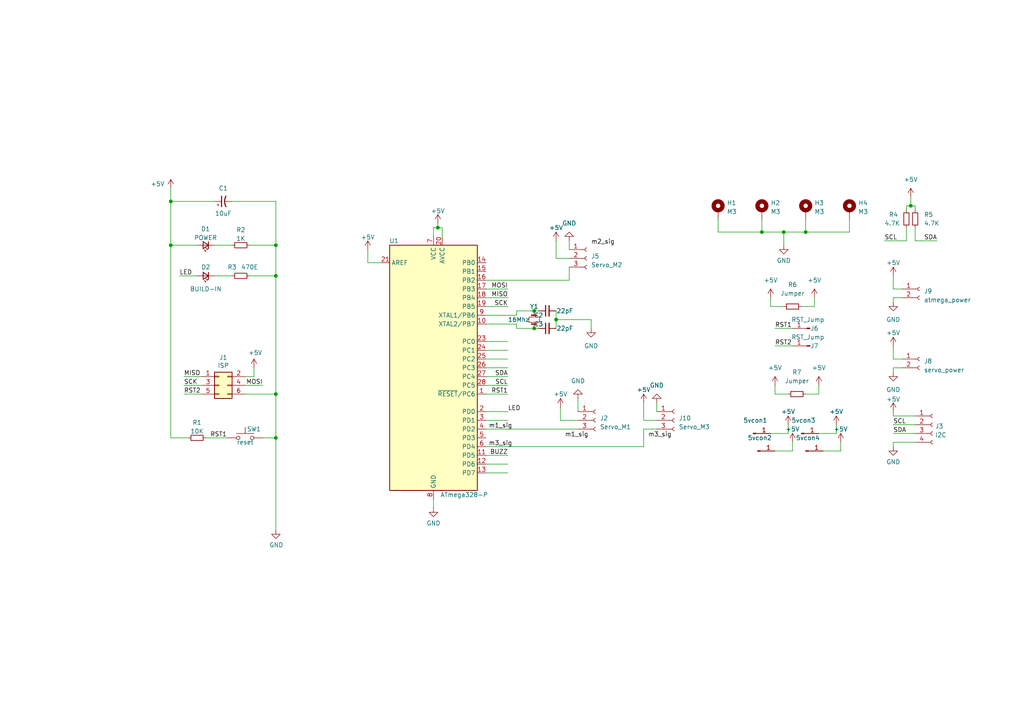
<source format=kicad_sch>
(kicad_sch (version 20230121) (generator eeschema)
  (paper "A4")
  (lib_symbols
    (symbol "+5V_2" (power) (pin_names (offset 0))
      (property "Value" "+5V_2" (at 0 3.556 0))
      (symbol "+5V_2_0_1"
        (polyline (pts (xy -0.762 1.27) (xy 0 2.54)))
        (polyline (pts (xy 0 0) (xy 0 2.54)))
        (polyline (pts (xy 0 2.54) (xy 0.762 1.27)))
      )
      (symbol "+5V_2_1_1"
        (pin power_in line (at 0 0 90) (length 0) hide (name "+5V") (number "1"))
      )
    )
    (symbol "+5V_3" (power) (pin_names (offset 0))
      (property "Value" "+5V_3" (at 0 3.556 0))
      (symbol "+5V_3_0_1"
        (polyline (pts (xy -0.762 1.27) (xy 0 2.54)))
        (polyline (pts (xy 0 0) (xy 0 2.54)))
        (polyline (pts (xy 0 2.54) (xy 0.762 1.27)))
      )
      (symbol "+5V_3_1_1"
        (pin power_in line (at 0 0 90) (length 0) hide (name "+5V") (number "1"))
      )
    )
    (symbol "+5V_4" (power) (pin_names (offset 0))
      (property "Value" "+5V_4" (at 0 3.556 0))
      (symbol "+5V_4_0_1"
        (polyline (pts (xy -0.762 1.27) (xy 0 2.54)))
        (polyline (pts (xy 0 0) (xy 0 2.54)))
        (polyline (pts (xy 0 2.54) (xy 0.762 1.27)))
      )
      (symbol "+5V_4_1_1"
        (pin power_in line (at 0 0 90) (length 0) hide (name "+5V") (number "1"))
      )
    )
    (symbol "Connector:Conn_01x01_Male" (pin_names (offset 1.016) hide)
      (property "Reference" "J" (at 0 2.54 0))
      (property "Value" "Conn_01x01_Male" (at 0 -2.54 0))
      (symbol "Conn_01x01_Male_1_1"
        (polyline (pts (xy 1.27 0) (xy 0.8636 0)) (stroke (width 0.1524)))
        (rectangle (start 0.8636 0.127) (end 0 -0.127) (stroke (width 0.1524)) (fill (type outline)))
        (pin passive line (at 5.08 0 180) (length 3.81) (name "Pin_1") (number "1"))
      )
    )
    (symbol "Connector:Conn_01x01_Pin" (pin_names (offset 1.016) hide)
      (property "Reference" "J" (at 0 2.54 0))
      (property "Value" "Conn_01x01_Pin" (at 0 -2.54 0))
      (symbol "Conn_01x01_Pin_1_1"
        (polyline (pts (xy 1.27 0) (xy 0.8636 0)) (stroke (width 0.1524)))
        (rectangle (start 0.8636 0.127) (end 0 -0.127) (stroke (width 0.1524)) (fill (type outline)))
        (pin passive line (at 5.08 0 180) (length 3.81) (name "Pin_1") (number "1"))
      )
    )
    (symbol "Connector:Conn_01x02_Socket" (pin_names (offset 1.016) hide)
      (property "Reference" "J" (at 0 2.54 0))
      (property "Value" "Conn_01x02_Socket" (at 0 -5.08 0))
      (symbol "Conn_01x02_Socket_1_1"
        (arc (start 0 -2.032) (mid -0.5058 -2.54) (end 0 -3.048) (stroke (width 0.1524)))
        (polyline (pts (xy -1.27 -2.54) (xy -0.508 -2.54)) (stroke (width 0.1524)))
        (polyline (pts (xy -1.27 0) (xy -0.508 0)) (stroke (width 0.1524)))
        (arc (start 0 0.508) (mid -0.5058 0) (end 0 -0.508) (stroke (width 0.1524)))
        (pin passive line (at -5.08 0 0) (length 3.81) (name "Pin_1") (number "1"))
        (pin passive line (at -5.08 -2.54 0) (length 3.81) (name "Pin_2") (number "2"))
      )
    )
    (symbol "Connector:Conn_01x03_Socket" (pin_names (offset 1.016) hide)
      (property "Reference" "J" (at 0 5.08 0))
      (property "Value" "Conn_01x03_Socket" (at 0 -5.08 0))
      (symbol "Conn_01x03_Socket_1_1"
        (arc (start 0 -2.032) (mid -0.5058 -2.54) (end 0 -3.048) (stroke (width 0.1524)))
        (polyline (pts (xy -1.27 -2.54) (xy -0.508 -2.54)) (stroke (width 0.1524)))
        (polyline (pts (xy -1.27 0) (xy -0.508 0)) (stroke (width 0.1524)))
        (polyline (pts (xy -1.27 2.54) (xy -0.508 2.54)) (stroke (width 0.1524)))
        (arc (start 0 0.508) (mid -0.5058 0) (end 0 -0.508) (stroke (width 0.1524)))
        (arc (start 0 3.048) (mid -0.5058 2.54) (end 0 2.032) (stroke (width 0.1524)))
        (pin passive line (at -5.08 2.54 0) (length 3.81) (name "Pin_1") (number "1"))
        (pin passive line (at -5.08 0 0) (length 3.81) (name "Pin_2") (number "2"))
        (pin passive line (at -5.08 -2.54 0) (length 3.81) (name "Pin_3") (number "3"))
      )
    )
    (symbol "Connector:Conn_01x04_Female" (pin_names (offset 1.016) hide)
      (property "Reference" "J" (at 0 5.08 0))
      (property "Value" "Conn_01x04_Female" (at 0 -7.62 0))
      (symbol "Conn_01x04_Female_1_1"
        (arc (start 0 -4.572) (mid -0.5058 -5.08) (end 0 -5.588) (stroke (width 0.1524)))
        (arc (start 0 -2.032) (mid -0.5058 -2.54) (end 0 -3.048) (stroke (width 0.1524)))
        (polyline (pts (xy -1.27 -5.08) (xy -0.508 -5.08)) (stroke (width 0.1524)))
        (polyline (pts (xy -1.27 -2.54) (xy -0.508 -2.54)) (stroke (width 0.1524)))
        (polyline (pts (xy -1.27 0) (xy -0.508 0)) (stroke (width 0.1524)))
        (polyline (pts (xy -1.27 2.54) (xy -0.508 2.54)) (stroke (width 0.1524)))
        (arc (start 0 0.508) (mid -0.5058 0) (end 0 -0.508) (stroke (width 0.1524)))
        (arc (start 0 3.048) (mid -0.5058 2.54) (end 0 2.032) (stroke (width 0.1524)))
        (pin passive line (at -5.08 2.54 0) (length 3.81) (name "Pin_1") (number "1"))
        (pin passive line (at -5.08 0 0) (length 3.81) (name "Pin_2") (number "2"))
        (pin passive line (at -5.08 -2.54 0) (length 3.81) (name "Pin_3") (number "3"))
        (pin passive line (at -5.08 -5.08 0) (length 3.81) (name "Pin_4") (number "4"))
      )
    )
    (symbol "Connector_Generic:Conn_02x03_Odd_Even" (pin_names (offset 1.016) hide)
      (property "Reference" "J" (at 1.27 5.08 0))
      (property "Value" "Conn_02x03_Odd_Even" (at 1.27 -5.08 0))
      (symbol "Conn_02x03_Odd_Even_1_1"
        (rectangle (start -1.27 -2.413) (end 0 -2.667) (stroke (width 0.1524)))
        (rectangle (start -1.27 0.127) (end 0 -0.127) (stroke (width 0.1524)))
        (rectangle (start -1.27 2.667) (end 0 2.413) (stroke (width 0.1524)))
        (rectangle (start -1.27 3.81) (end 3.81 -3.81) (stroke (width 0.254)) (fill (type background)))
        (rectangle (start 3.81 -2.413) (end 2.54 -2.667) (stroke (width 0.1524)))
        (rectangle (start 3.81 0.127) (end 2.54 -0.127) (stroke (width 0.1524)))
        (rectangle (start 3.81 2.667) (end 2.54 2.413) (stroke (width 0.1524)))
        (pin passive line (at -5.08 2.54 0) (length 3.81) (name "Pin_1") (number "1"))
        (pin passive line (at 7.62 2.54 180) (length 3.81) (name "Pin_2") (number "2"))
        (pin passive line (at -5.08 0 0) (length 3.81) (name "Pin_3") (number "3"))
        (pin passive line (at 7.62 0 180) (length 3.81) (name "Pin_4") (number "4"))
        (pin passive line (at -5.08 -2.54 0) (length 3.81) (name "Pin_5") (number "5"))
        (pin passive line (at 7.62 -2.54 180) (length 3.81) (name "Pin_6") (number "6"))
      )
    )
    (symbol "Device:C_Small" (pin_numbers hide) (pin_names (offset 0.254) hide)
      (property "Reference" "C" (at 0.254 1.778 0))
      (property "Value" "C_Small" (at 0.254 -2.032 0))
      (symbol "C_Small_0_1"
        (polyline (pts (xy -1.524 -0.508) (xy 1.524 -0.508)) (stroke (width 0.3302)))
        (polyline (pts (xy -1.524 0.508) (xy 1.524 0.508)) (stroke (width 0.3048)))
      )
      (symbol "C_Small_1_1"
        (pin passive line (at 0 2.54 270) (length 2.032) (name "~") (number "1"))
        (pin passive line (at 0 -2.54 90) (length 2.032) (name "~") (number "2"))
      )
    )
    (symbol "Device:Crystal_Small" (pin_numbers hide) (pin_names (offset 1.016) hide)
      (property "Reference" "Y" (at 0 2.54 0))
      (property "Value" "Crystal_Small" (at 0 -2.54 0))
      (symbol "Crystal_Small_0_1"
        (rectangle (start -0.762 -1.524) (end 0.762 1.524))
        (polyline (pts (xy -1.27 -0.762) (xy -1.27 0.762)) (stroke (width 0.381)))
        (polyline (pts (xy 1.27 -0.762) (xy 1.27 0.762)) (stroke (width 0.381)))
      )
      (symbol "Crystal_Small_1_1"
        (pin passive line (at -2.54 0 0) (length 1.27) (name "1") (number "1"))
        (pin passive line (at 2.54 0 180) (length 1.27) (name "2") (number "2"))
      )
    )
    (symbol "Device:LED_Small" (pin_numbers hide) (pin_names (offset 0.254) hide)
      (property "Reference" "D" (at -1.27 3.175 0))
      (property "Value" "LED_Small" (at -4.445 -2.54 0))
      (symbol "LED_Small_0_1"
        (polyline (pts (xy -0.762 -1.016) (xy -0.762 1.016)) (stroke (width 0.254)))
        (polyline (pts (xy 1.016 0) (xy -0.762 0)))
        (polyline (pts (xy 0.762 -1.016) (xy -0.762 0) (xy 0.762 1.016) (xy 0.762 -1.016)) (stroke (width 0.254)))
        (polyline (pts (xy 0 0.762) (xy -0.508 1.27) (xy -0.254 1.27) (xy -0.508 1.27) (xy -0.508 1.016)))
        (polyline (pts (xy 0.508 1.27) (xy 0 1.778) (xy 0.254 1.778) (xy 0 1.778) (xy 0 1.524)))
      )
      (symbol "LED_Small_1_1"
        (pin passive line (at -2.54 0 0) (length 1.778) (name "K") (number "1"))
        (pin passive line (at 2.54 0 180) (length 1.778) (name "A") (number "2"))
      )
    )
    (symbol "Device:R_Small" (pin_numbers hide) (pin_names (offset 0.254) hide)
      (property "Reference" "R" (at 0.762 0.508 0))
      (property "Value" "R_Small" (at 0.762 -1.016 0))
      (symbol "R_Small_0_1"
        (rectangle (start -0.762 1.778) (end 0.762 -1.778) (stroke (width 0.2032)))
      )
      (symbol "R_Small_1_1"
        (pin passive line (at 0 2.54 270) (length 0.762) (name "~") (number "1"))
        (pin passive line (at 0 -2.54 90) (length 0.762) (name "~") (number "2"))
      )
    )
    (symbol "MCU_Microchip_ATmega:ATmega328-P"
      (property "Reference" "U" (at -12.7 36.83 0))
      (property "Value" "ATmega328-P" (at 2.54 -36.83 0))
      (symbol "ATmega328-P_0_1"
        (rectangle (start -12.7 -35.56) (end 12.7 35.56) (stroke (width 0.254)) (fill (type background)))
      )
      (symbol "ATmega328-P_1_1"
        (pin bidirectional line (at 15.24 -7.62 180) (length 2.54) (name "~{RESET}/PC6") (number "1"))
        (pin bidirectional line (at 15.24 12.7 180) (length 2.54) (name "XTAL2/PB7") (number "10"))
        (pin bidirectional line (at 15.24 -25.4 180) (length 2.54) (name "PD5") (number "11"))
        (pin bidirectional line (at 15.24 -27.94 180) (length 2.54) (name "PD6") (number "12"))
        (pin bidirectional line (at 15.24 -30.48 180) (length 2.54) (name "PD7") (number "13"))
        (pin bidirectional line (at 15.24 30.48 180) (length 2.54) (name "PB0") (number "14"))
        (pin bidirectional line (at 15.24 27.94 180) (length 2.54) (name "PB1") (number "15"))
        (pin bidirectional line (at 15.24 25.4 180) (length 2.54) (name "PB2") (number "16"))
        (pin bidirectional line (at 15.24 22.86 180) (length 2.54) (name "PB3") (number "17"))
        (pin bidirectional line (at 15.24 20.32 180) (length 2.54) (name "PB4") (number "18"))
        (pin bidirectional line (at 15.24 17.78 180) (length 2.54) (name "PB5") (number "19"))
        (pin bidirectional line (at 15.24 -12.7 180) (length 2.54) (name "PD0") (number "2"))
        (pin power_in line (at 2.54 38.1 270) (length 2.54) (name "AVCC") (number "20"))
        (pin passive line (at -15.24 30.48 0) (length 2.54) (name "AREF") (number "21"))
        (pin passive line (at 0 -38.1 90) (length 2.54) hide (name "GND") (number "22"))
        (pin bidirectional line (at 15.24 7.62 180) (length 2.54) (name "PC0") (number "23"))
        (pin bidirectional line (at 15.24 5.08 180) (length 2.54) (name "PC1") (number "24"))
        (pin bidirectional line (at 15.24 2.54 180) (length 2.54) (name "PC2") (number "25"))
        (pin bidirectional line (at 15.24 0 180) (length 2.54) (name "PC3") (number "26"))
        (pin bidirectional line (at 15.24 -2.54 180) (length 2.54) (name "PC4") (number "27"))
        (pin bidirectional line (at 15.24 -5.08 180) (length 2.54) (name "PC5") (number "28"))
        (pin bidirectional line (at 15.24 -15.24 180) (length 2.54) (name "PD1") (number "3"))
        (pin bidirectional line (at 15.24 -17.78 180) (length 2.54) (name "PD2") (number "4"))
        (pin bidirectional line (at 15.24 -20.32 180) (length 2.54) (name "PD3") (number "5"))
        (pin bidirectional line (at 15.24 -22.86 180) (length 2.54) (name "PD4") (number "6"))
        (pin power_in line (at 0 38.1 270) (length 2.54) (name "VCC") (number "7"))
        (pin power_in line (at 0 -38.1 90) (length 2.54) (name "GND") (number "8"))
        (pin bidirectional line (at 15.24 15.24 180) (length 2.54) (name "XTAL1/PB6") (number "9"))
      )
    )
    (symbol "MecCam_pro-rescue:CP1_Small-Device" (pin_numbers hide) (pin_names (offset 0.254) hide)
      (property "Reference" "C" (at 0.254 1.778 0))
      (property "Value" "CP1_Small-Device" (at 0.254 -2.032 0))
      (symbol "CP1_Small-Device_0_1"
        (polyline (pts (xy -1.524 0.508) (xy 1.524 0.508)) (stroke (width 0.3048)))
        (polyline (pts (xy -1.27 1.524) (xy -0.762 1.524)))
        (polyline (pts (xy -1.016 1.27) (xy -1.016 1.778)))
        (arc (start 1.524 -0.762) (mid 0 -0.3734) (end -1.524 -0.762) (stroke (width 0.3048)))
      )
      (symbol "CP1_Small-Device_1_1"
        (pin passive line (at 0 2.54 270) (length 2.032) (name "~") (number "1"))
        (pin passive line (at 0 -2.54 90) (length 2.032) (name "~") (number "2"))
      )
    )
    (symbol "Mechanical:MountingHole_Pad" (pin_numbers hide) (pin_names (offset 1.016) hide)
      (property "Reference" "H" (at 0 6.35 0))
      (property "Value" "MountingHole_Pad" (at 0 4.445 0))
      (symbol "MountingHole_Pad_0_1"
        (circle (center 0 1.27) (radius 1.27) (stroke (width 1.27)))
      )
      (symbol "MountingHole_Pad_1_1"
        (pin input line (at 0 -2.54 90) (length 2.54) (name "1") (number "1"))
      )
    )
    (symbol "Switch:SW_Push" (pin_numbers hide) (pin_names (offset 1.016) hide)
      (property "Reference" "SW" (at 1.27 2.54 0))
      (property "Value" "SW_Push" (at 0 -1.524 0))
      (symbol "SW_Push_0_1"
        (circle (center -2.032 0) (radius 0.508))
        (polyline (pts (xy 0 1.27) (xy 0 3.048)))
        (polyline (pts (xy 2.54 1.27) (xy -2.54 1.27)))
        (circle (center 2.032 0) (radius 0.508))
        (pin passive line (at -5.08 0 0) (length 2.54) (name "1") (number "1"))
        (pin passive line (at 5.08 0 180) (length 2.54) (name "2") (number "2"))
      )
    )
    (symbol "power:+5V" (power) (pin_names (offset 0))
      (property "Value" "+5V" (at 0 3.556 0))
      (symbol "+5V_0_1"
        (polyline (pts (xy -0.762 1.27) (xy 0 2.54)))
        (polyline (pts (xy 0 0) (xy 0 2.54)))
        (polyline (pts (xy 0 2.54) (xy 0.762 1.27)))
      )
      (symbol "+5V_1_1"
        (pin power_in line (at 0 0 90) (length 0) hide (name "+5V") (number "1"))
      )
    )
    (symbol "power:GND" (power) (pin_names (offset 0))
      (property "Value" "GND" (at 0 -3.81 0))
      (symbol "GND_0_1"
        (polyline (pts (xy 0 0) (xy 0 -1.27) (xy 1.27 -1.27) (xy 0 -2.54) (xy -1.27 -1.27) (xy 0 -1.27)))
      )
      (symbol "GND_1_1"
        (pin power_in line (at 0 0 270) (length 0) hide (name "GND") (number "1"))
      )
    )
  )
  (junction (at 80.01 80.01))
  (junction (at 127 66.04))
  (junction (at 154.94 95.25))
  (junction (at 227.33 67.31))
  (junction (at 80.01 127))
  (junction (at 80.01 71.12))
  (junction (at 220.98 67.31))
  (junction (at 233.68 67.31))
  (junction (at 154.94 90.17))
  (junction (at 80.01 114.3))
  (junction (at 264.16 59.69))
  (junction (at 49.53 71.12))
  (junction (at 161.29 92.71))
  (junction (at 49.53 58.42))
  (wire (pts (xy 149.86 95.25) (xy 154.94 95.25)))
  (wire (pts (xy 125.73 144.78) (xy 125.73 147.32)))
  (wire (pts (xy 220.98 63.5) (xy 220.98 67.31)))
  (wire (pts (xy 140.97 137.16) (xy 147.32 137.16)))
  (wire (pts (xy 73.66 109.22) (xy 73.66 106.68)))
  (wire (pts (xy 154.94 95.25) (xy 156.21 95.25)))
  (wire (pts (xy 140.97 111.76) (xy 147.32 111.76)))
  (wire (pts (xy 127 66.04) (xy 128.27 66.04)))
  (wire (pts (xy 243.84 128.27) (xy 243.84 130.81)))
  (wire (pts (xy 223.52 88.9) (xy 223.52 86.36)))
  (wire (pts (xy 140.97 86.36) (xy 147.32 86.36)))
  (wire (pts (xy 227.33 88.9) (xy 223.52 88.9)))
  (wire (pts (xy 80.01 71.12) (xy 80.01 80.01)))
  (wire (pts (xy 72.39 80.01) (xy 80.01 80.01)))
  (wire (pts (xy 208.28 67.31) (xy 220.98 67.31)))
  (wire (pts (xy 242.57 125.73) (xy 242.57 123.19)))
  (wire (pts (xy 80.01 114.3) (xy 80.01 127)))
  (wire (pts (xy 265.43 59.69) (xy 265.43 60.96)))
  (wire (pts (xy 62.23 71.12) (xy 67.31 71.12)))
  (wire (pts (xy 149.86 90.17) (xy 154.94 90.17)))
  (wire (pts (xy 259.08 120.65) (xy 265.43 120.65)))
  (wire (pts (xy 264.16 59.69) (xy 265.43 59.69)))
  (wire (pts (xy 161.29 92.71) (xy 161.29 90.17)))
  (wire (pts (xy 259.08 100.33) (xy 259.08 104.14)))
  (wire (pts (xy 259.08 106.68) (xy 259.08 107.95)))
  (wire (pts (xy 140.97 83.82) (xy 147.32 83.82)))
  (wire (pts (xy 259.08 125.73) (xy 265.43 125.73)))
  (wire (pts (xy 149.86 93.98) (xy 149.86 95.25)))
  (wire (pts (xy 246.38 67.31) (xy 246.38 63.5)))
  (wire (pts (xy 80.01 127) (xy 80.01 153.67)))
  (wire (pts (xy 49.53 58.42) (xy 49.53 71.12)))
  (wire (pts (xy 259.08 86.36) (xy 259.08 87.63)))
  (wire (pts (xy 190.5 121.92) (xy 186.69 121.92)))
  (wire (pts (xy 171.45 92.71) (xy 161.29 92.71)))
  (wire (pts (xy 140.97 114.3) (xy 147.32 114.3)))
  (wire (pts (xy 167.64 119.38) (xy 167.64 115.57)))
  (wire (pts (xy 73.66 109.22) (xy 71.12 109.22)))
  (wire (pts (xy 229.87 130.81) (xy 224.79 130.81)))
  (wire (pts (xy 220.98 67.31) (xy 227.33 67.31)))
  (wire (pts (xy 49.53 71.12) (xy 57.15 71.12)))
  (wire (pts (xy 242.57 125.73) (xy 237.49 125.73)))
  (wire (pts (xy 71.12 114.3) (xy 80.01 114.3)))
  (wire (pts (xy 161.29 69.85) (xy 161.29 74.93)))
  (wire (pts (xy 224.79 114.3) (xy 224.79 111.76)))
  (wire (pts (xy 127 64.77) (xy 127 66.04)))
  (wire (pts (xy 165.1 72.39) (xy 165.1 69.85)))
  (wire (pts (xy 140.97 104.14) (xy 147.32 104.14)))
  (wire (pts (xy 62.23 80.01) (xy 67.31 80.01)))
  (wire (pts (xy 161.29 92.71) (xy 161.29 95.25)))
  (wire (pts (xy 186.69 116.84) (xy 186.69 121.92)))
  (wire (pts (xy 259.08 123.19) (xy 265.43 123.19)))
  (wire (pts (xy 228.6 114.3) (xy 224.79 114.3)))
  (wire (pts (xy 140.97 134.62) (xy 147.32 134.62)))
  (wire (pts (xy 80.01 80.01) (xy 80.01 114.3)))
  (wire (pts (xy 76.2 127) (xy 80.01 127)))
  (wire (pts (xy 128.27 66.04) (xy 128.27 68.58)))
  (wire (pts (xy 228.6 125.73) (xy 223.52 125.73)))
  (wire (pts (xy 229.87 128.27) (xy 229.87 130.81)))
  (wire (pts (xy 265.43 69.85) (xy 265.43 66.04)))
  (wire (pts (xy 224.79 95.25) (xy 229.87 95.25)))
  (wire (pts (xy 53.34 109.22) (xy 58.42 109.22)))
  (wire (pts (xy 49.53 71.12) (xy 49.53 127)))
  (wire (pts (xy 227.33 67.31) (xy 227.33 71.12)))
  (wire (pts (xy 154.94 90.17) (xy 156.21 90.17)))
  (wire (pts (xy 53.34 111.76) (xy 58.42 111.76)))
  (wire (pts (xy 259.08 104.14) (xy 261.62 104.14)))
  (wire (pts (xy 243.84 130.81) (xy 238.76 130.81)))
  (wire (pts (xy 171.45 92.71) (xy 171.45 95.25)))
  (wire (pts (xy 259.08 119.38) (xy 259.08 120.65)))
  (wire (pts (xy 208.28 63.5) (xy 208.28 67.31)))
  (wire (pts (xy 228.6 125.73) (xy 228.6 123.19)))
  (wire (pts (xy 49.53 58.42) (xy 62.23 58.42)))
  (wire (pts (xy 262.89 60.96) (xy 262.89 59.69)))
  (wire (pts (xy 140.97 91.44) (xy 149.86 91.44)))
  (wire (pts (xy 224.79 100.33) (xy 229.87 100.33)))
  (wire (pts (xy 186.69 124.46) (xy 186.69 129.54)))
  (wire (pts (xy 256.54 69.85) (xy 262.89 69.85)))
  (wire (pts (xy 259.08 128.27) (xy 265.43 128.27)))
  (wire (pts (xy 76.2 111.76) (xy 71.12 111.76)))
  (wire (pts (xy 165.1 77.47) (xy 165.1 81.28)))
  (wire (pts (xy 167.64 121.92) (xy 162.56 121.92)))
  (wire (pts (xy 233.68 67.31) (xy 246.38 67.31)))
  (wire (pts (xy 106.68 76.2) (xy 110.49 76.2)))
  (wire (pts (xy 52.07 80.01) (xy 57.15 80.01)))
  (wire (pts (xy 233.68 63.5) (xy 233.68 67.31)))
  (wire (pts (xy 190.5 119.38) (xy 190.5 116.84)))
  (wire (pts (xy 53.34 114.3) (xy 58.42 114.3)))
  (wire (pts (xy 72.39 71.12) (xy 80.01 71.12)))
  (wire (pts (xy 232.41 88.9) (xy 236.22 88.9)))
  (wire (pts (xy 59.69 127) (xy 66.04 127)))
  (wire (pts (xy 261.62 86.36) (xy 259.08 86.36)))
  (wire (pts (xy 80.01 71.12) (xy 80.01 58.42)))
  (wire (pts (xy 259.08 80.01) (xy 259.08 83.82)))
  (wire (pts (xy 259.08 128.27) (xy 259.08 129.54)))
  (wire (pts (xy 140.97 93.98) (xy 149.86 93.98)))
  (wire (pts (xy 67.31 58.42) (xy 80.01 58.42)))
  (wire (pts (xy 233.68 114.3) (xy 237.49 114.3)))
  (wire (pts (xy 261.62 106.68) (xy 259.08 106.68)))
  (wire (pts (xy 236.22 86.36) (xy 236.22 88.9)))
  (wire (pts (xy 262.89 59.69) (xy 264.16 59.69)))
  (wire (pts (xy 140.97 99.06) (xy 147.32 99.06)))
  (wire (pts (xy 140.97 88.9) (xy 147.32 88.9)))
  (wire (pts (xy 162.56 118.11) (xy 162.56 121.92)))
  (wire (pts (xy 140.97 106.68) (xy 147.32 106.68)))
  (wire (pts (xy 165.1 74.93) (xy 161.29 74.93)))
  (wire (pts (xy 140.97 121.92) (xy 147.32 121.92)))
  (wire (pts (xy 49.53 127) (xy 54.61 127)))
  (wire (pts (xy 140.97 119.38) (xy 147.32 119.38)))
  (wire (pts (xy 140.97 132.08) (xy 147.32 132.08)))
  (wire (pts (xy 140.97 101.6) (xy 147.32 101.6)))
  (wire (pts (xy 264.16 57.15) (xy 264.16 59.69)))
  (wire (pts (xy 140.97 124.46) (xy 167.64 124.46)))
  (wire (pts (xy 125.73 68.58) (xy 125.73 66.04)))
  (wire (pts (xy 237.49 111.76) (xy 237.49 114.3)))
  (wire (pts (xy 149.86 91.44) (xy 149.86 90.17)))
  (wire (pts (xy 49.53 54.61) (xy 49.53 58.42)))
  (wire (pts (xy 140.97 109.22) (xy 147.32 109.22)))
  (wire (pts (xy 271.78 69.85) (xy 265.43 69.85)))
  (wire (pts (xy 259.08 83.82) (xy 261.62 83.82)))
  (wire (pts (xy 140.97 81.28) (xy 165.1 81.28)))
  (wire (pts (xy 125.73 66.04) (xy 127 66.04)))
  (wire (pts (xy 140.97 129.54) (xy 186.69 129.54)))
  (wire (pts (xy 227.33 67.31) (xy 233.68 67.31)))
  (wire (pts (xy 106.68 72.39) (xy 106.68 76.2)))
  (wire (pts (xy 186.69 124.46) (xy 190.5 124.46)))
  (wire (pts (xy 262.89 69.85) (xy 262.89 66.04)))
  (label "SCK" (at 147.32 88.9 180))
  (label "m3_sig" (at 148.59 129.54 180))
  (label "SDA" (at 147.32 109.22 180))
  (label "BUZZ" (at 147.32 132.08 180))
  (label "m3_sig" (at 187.96 127 0))
  (label "MISO" (at 147.32 86.36 180))
  (label "SDA" (at 259.08 125.73 0))
  (label "SCL" (at 259.08 123.19 0))
  (label "SCL" (at 256.54 69.85 0))
  (label "MISO" (at 53.34 109.22 0))
  (label "m2_sig" (at 171.45 71.12 0))
  (label "RST2" (at 224.79 100.33 0))
  (label "RST2" (at 53.34 114.3 0))
  (label "MOSI" (at 76.2 111.76 180))
  (label "RST1" (at 147.32 114.3 180))
  (label "LED" (at 52.07 80.01 0))
  (label "MOSI" (at 147.32 83.82 180))
  (label "SCK" (at 53.34 111.76 0))
  (label "LED" (at 147.32 119.38 0))
  (label "SDA" (at 271.78 69.85 180))
  (label "m1_sig" (at 148.59 124.46 180))
  (label "SCL" (at 147.32 111.76 180))
  (label "RST1" (at 224.79 95.25 0))
  (label "RST1" (at 60.96 127 0))
  (label "m1_sig" (at 163.83 127 0))
  (symbol (lib_id "power:+5V") (at 242.57 123.19 0) (unit 1)
    (property "Reference" "#PWR030" (effects hide))
    (property "Value" "+5V" (at 242.57 119.38 0))
  )
  (symbol (lib_id "power:+5V") (at 228.6 123.19 0) (unit 1)
    (property "Reference" "#PWR028" (effects hide))
    (property "Value" "+5V" (at 228.6 119.38 0))
  )
  (symbol (lib_id "power:GND") (at 125.73 147.32 0) (unit 1)
    (property "Reference" "#PWR05" (effects hide))
    (property "Value" "GND" (at 125.73 151.7634 0))
  )
  (symbol (lib_id "Connector_Generic:Conn_02x03_Odd_Even") (at 63.5 111.76 0) (unit 1)
    (property "Reference" "J1" (at 64.77 103.7082 0))
    (property "Value" "ISP" (at 64.77 106.0196 0))
    (property "Footprint" "Connector_PinSocket_2.54mm:PinSocket_2x03_P2.54mm_Vertical" (effects hide))
  )
  (symbol (lib_id "Device:LED_Small") (at 59.69 80.01 180) (unit 1)
    (property "Reference" "D2" (at 59.69 77.47 0))
    (property "Value" "BUILD-IN" (at 59.69 83.82 0))
    (property "Footprint" "LED_THT:LED_D3.0mm" (effects hide))
  )
  (symbol (lib_id "power:GND") (at 167.64 115.57 0) (mirror x) (unit 1)
    (property "Reference" "#PWR010" (effects hide))
    (property "Value" "GND" (at 167.64 110.49 0))
  )
  (symbol (lib_name "+5V_2") (lib_id "power:+5V") (at 264.16 57.15 0) (unit 1)
    (property "Reference" "#PWR07" (effects hide))
    (property "Value" "+5V" (at 264.16 52.07 0))
  )
  (symbol (lib_id "power:+5V") (at 243.84 128.27 0) (unit 1)
    (property "Reference" "#PWR031" (effects hide))
    (property "Value" "+5V" (at 243.84 124.46 0))
  )
  (symbol (lib_id "power:+5V") (at 127 64.77 0) (unit 1)
    (property "Reference" "#PWR06" (effects hide))
    (property "Value" "+5V" (at 127 61.1942 0))
  )
  (symbol (lib_id "power:GND") (at 171.45 95.25 0) (unit 1)
    (property "Reference" "#PWR09" (effects hide))
    (property "Value" "GND" (at 171.45 100.33 0))
  )
  (symbol (lib_id "power:+5V") (at 73.66 106.68 0) (unit 1)
    (property "Reference" "#PWR02" (effects hide))
    (property "Value" "+5V" (at 74.041 102.2858 0))
  )
  (symbol (lib_id "Connector:Conn_01x03_Socket") (at 172.72 121.92 0) (unit 1)
    (property "Reference" "J2" (at 173.99 121.285 0) (effects (justify left)))
    (property "Value" "Servo_M1" (at 173.99 123.825 0) (effects (justify left)))
    (property "Footprint" "Connector_JST:JST_EH_S3B-EH_1x03_P2.50mm_Horizontal" (effects hide))
  )
  (symbol (lib_id "power:+5V") (at 259.08 100.33 0) (unit 1)
    (property "Reference" "#PWR022" (effects hide))
    (property "Value" "+5V" (at 259.08 96.52 0))
  )
  (symbol (lib_id "power:+5V") (at 186.69 116.84 0) (unit 1)
    (property "Reference" "#PWR020" (effects hide))
    (property "Value" "+5V" (at 186.69 113.03 0))
  )
  (symbol (lib_id "Connector:Conn_01x01_Pin") (at 232.41 125.73 0) (unit 1)
    (property "Reference" "5vcon3" (at 233.045 121.92 0))
    (property "Value" "Conn_01x01_Pin" (effects hide))
    (property "Footprint" "Connector_PinHeader_2.54mm:PinHeader_1x01_P2.54mm_Vertical" (effects hide))
  )
  (symbol (lib_id "Device:R_Small") (at 262.89 63.5 0) (unit 1)
    (property "Reference" "R4" (at 257.81 62.23 0) (effects (justify left)))
    (property "Value" "4.7K" (at 256.54 64.77 0) (effects (justify left)))
    (property "Footprint" "Resistor_THT:R_Axial_DIN0207_L6.3mm_D2.5mm_P7.62mm_Horizontal" (effects hide))
  )
  (symbol (lib_id "power:GND") (at 259.08 87.63 0) (unit 1)
    (property "Reference" "#PWR025" (effects hide))
    (property "Value" "GND" (at 259.08 92.71 0))
  )
  (symbol (lib_id "power:+5V") (at 106.68 72.39 0) (unit 1)
    (property "Reference" "#PWR04" (effects hide))
    (property "Value" "+5V" (at 106.68 68.8142 0))
  )
  (symbol (lib_id "Device:R_Small") (at 69.85 71.12 90) (unit 1)
    (property "Reference" "R2" (at 69.85 66.6836 90))
    (property "Value" "1K" (at 69.85 69.2205 90))
    (property "Footprint" "Resistor_THT:R_Axial_DIN0207_L6.3mm_D2.5mm_P7.62mm_Horizontal" (effects hide))
  )
  (symbol (lib_id "Device:Crystal_Small") (at 154.94 92.71 90) (unit 1)
    (property "Reference" "Y1" (at 153.67 88.9 90) (effects (justify right)))
    (property "Value" "16Mhz" (at 147.32 92.71 90) (effects (justify right)))
    (property "Footprint" "Crystal:Crystal_HC49-4H_Vertical" (effects hide))
  )
  (symbol (lib_id "power:+5V") (at 162.56 118.11 0) (unit 1)
    (property "Reference" "#PWR08" (effects hide))
    (property "Value" "+5V" (at 162.56 114.3 0))
  )
  (symbol (lib_id "Connector:Conn_01x01_Pin") (at 218.44 125.73 0) (unit 1)
    (property "Reference" "5vcon1" (at 219.075 121.92 0))
    (property "Value" "Conn_01x01_Pin" (effects hide))
    (property "Footprint" "Connector_PinHeader_2.54mm:PinHeader_1x01_P2.54mm_Vertical" (effects hide))
  )
  (symbol (lib_id "MecCam_pro-rescue:CP1_Small-Device") (at 64.77 58.42 90) (unit 1)
    (property "Reference" "C1" (at 64.77 54.61 90))
    (property "Value" "10uF" (at 64.77 61.8998 90))
    (property "Footprint" "Capacitor_THT:CP_Radial_D4.0mm_P2.00mm" (effects hide))
  )
  (symbol (lib_id "Connector:Conn_01x01_Male") (at 234.95 95.25 180) (unit 1)
    (property "Reference" "J6" (at 236.22 95.25 0))
    (property "Value" "RST_Jump" (at 234.315 92.71 0))
    (property "Footprint" "Connector_PinHeader_2.54mm:PinHeader_1x01_P2.54mm_Vertical" (effects hide))
  )
  (symbol (lib_name "+5V_4") (lib_id "power:+5V") (at 236.22 86.36 0) (unit 1)
    (property "Reference" "#PWR021" (effects hide))
    (property "Value" "+5V" (at 236.22 81.28 0))
  )
  (symbol (lib_id "Device:R_Small") (at 265.43 63.5 0) (unit 1)
    (property "Reference" "R5" (at 267.97 62.23 0) (effects (justify left)))
    (property "Value" "4.7K" (at 267.97 64.77 0) (effects (justify left)))
    (property "Footprint" "Resistor_THT:R_Axial_DIN0207_L6.3mm_D2.5mm_P7.62mm_Horizontal" (effects hide))
  )
  (symbol (lib_id "power:GND") (at 190.5 116.84 0) (mirror x) (unit 1)
    (property "Reference" "#PWR027" (effects hide))
    (property "Value" "GND" (at 190.5 111.76 0))
  )
  (symbol (lib_id "Device:R_Small") (at 229.87 88.9 90) (unit 1)
    (property "Reference" "R6" (at 229.87 82.55 90))
    (property "Value" "Jumper" (at 229.87 85.09 90))
    (property "Footprint" "Resistor_THT:R_Axial_DIN0207_L6.3mm_D2.5mm_P7.62mm_Horizontal" (effects hide))
  )
  (symbol (lib_id "Device:R_Small") (at 231.14 114.3 90) (unit 1)
    (property "Reference" "R7" (at 231.14 107.95 90))
    (property "Value" "Jumper" (at 231.14 110.49 90))
    (property "Footprint" "Resistor_THT:R_Axial_DIN0207_L6.3mm_D2.5mm_P10.16mm_Horizontal" (effects hide))
  )
  (symbol (lib_id "Mechanical:MountingHole_Pad") (at 220.98 60.96 0) (unit 1)
    (property "Reference" "H2" (at 223.52 58.8553 0) (effects (justify left)))
    (property "Value" "M3" (at 223.52 61.3922 0) (effects (justify left)))
    (property "Footprint" "MountingHole:MountingHole_3.2mm_M3_DIN965_Pad" (effects hide))
  )
  (symbol (lib_id "Device:LED_Small") (at 59.69 71.12 180) (unit 1)
    (property "Reference" "D1" (at 59.6265 66.4042 0))
    (property "Value" "POWER" (at 59.6265 68.9411 0))
    (property "Footprint" "LED_THT:LED_D3.0mm" (effects hide))
  )
  (symbol (lib_id "Connector:Conn_01x02_Socket") (at 266.7 104.14 0) (unit 1)
    (property "Reference" "J8" (at 267.97 104.775 0) (effects (justify left)))
    (property "Value" "servo_power" (at 267.97 107.315 0) (effects (justify left)))
    (property "Footprint" "Connector_JST:JST_EH_S2B-EH_1x02_P2.50mm_Horizontal" (effects hide))
  )
  (symbol (lib_name "+5V_3") (lib_id "power:+5V") (at 224.79 111.76 0) (unit 1)
    (property "Reference" "#PWR018" (effects hide))
    (property "Value" "+5V" (at 224.79 106.68 0))
  )
  (symbol (lib_id "power:+5V") (at 161.29 69.85 0) (unit 1)
    (property "Reference" "#PWR015" (effects hide))
    (property "Value" "+5V" (at 161.29 66.04 0))
  )
  (symbol (lib_id "Connector:Conn_01x02_Socket") (at 266.7 83.82 0) (unit 1)
    (property "Reference" "J9" (at 267.97 84.455 0) (effects (justify left)))
    (property "Value" "atmega_power" (at 267.97 86.995 0) (effects (justify left)))
    (property "Footprint" "Connector_JST:JST_EH_S2B-EH_1x02_P2.50mm_Horizontal" (effects hide))
  )
  (symbol (lib_name "+5V_3") (lib_id "power:+5V") (at 223.52 86.36 0) (unit 1)
    (property "Reference" "#PWR017" (effects hide))
    (property "Value" "+5V" (at 223.52 81.28 0))
  )
  (symbol (lib_id "Switch:SW_Push") (at 71.12 127 0) (unit 1)
    (property "Reference" "SW1" (at 73.66 124.46 0))
    (property "Value" "reset" (at 71.12 128.27 0))
    (property "Footprint" "Button_Switch_THT:SW_PUSH_6mm" (effects hide))
  )
  (symbol (lib_id "power:+5V") (at 49.53 54.61 0) (unit 1)
    (property "Reference" "#PWR01" (effects hide))
    (property "Value" "+5V" (at 45.72 53.34 0))
  )
  (symbol (lib_id "Device:C_Small") (at 158.75 90.17 90) (unit 1)
    (property "Reference" "C2" (at 156.21 91.44 90))
    (property "Value" "22pF" (at 163.83 90.17 90))
    (property "Footprint" "Capacitor_THT:C_Disc_D3.4mm_W2.1mm_P2.50mm" (effects hide))
  )
  (symbol (lib_id "Device:C_Small") (at 158.75 95.25 90) (unit 1)
    (property "Reference" "C3" (at 156.21 93.98 90))
    (property "Value" "22pF" (at 163.83 95.25 90))
    (property "Footprint" "Capacitor_THT:C_Disc_D3.4mm_W2.1mm_P2.50mm" (effects hide))
  )
  (symbol (lib_id "Mechanical:MountingHole_Pad") (at 208.28 60.96 0) (unit 1)
    (property "Reference" "H1" (at 210.82 58.8553 0) (effects (justify left)))
    (property "Value" "M3" (at 210.82 61.3922 0) (effects (justify left)))
    (property "Footprint" "MountingHole:MountingHole_3.2mm_M3_DIN965_Pad" (effects hide))
  )
  (symbol (lib_id "power:GND") (at 227.33 71.12 0) (unit 1)
    (property "Reference" "#PWR019" (effects hide))
    (property "Value" "GND" (at 227.33 75.5634 0))
  )
  (symbol (lib_id "power:+5V") (at 259.08 119.38 0) (unit 1)
    (property "Reference" "#PWR011" (effects hide))
    (property "Value" "+5V" (at 259.08 115.8042 0))
  )
  (symbol (lib_id "Connector:Conn_01x01_Pin") (at 233.68 130.81 0) (unit 1)
    (property "Reference" "5vcon4" (at 234.315 127 0))
    (property "Value" "Conn_01x01_Pin" (effects hide))
    (property "Footprint" "Connector_PinHeader_2.54mm:PinHeader_1x01_P2.54mm_Vertical" (effects hide))
  )
  (symbol (lib_id "Connector:Conn_01x03_Socket") (at 170.18 74.93 0) (unit 1)
    (property "Reference" "J5" (at 171.45 74.295 0) (effects (justify left)))
    (property "Value" "Servo_M2" (at 171.45 76.835 0) (effects (justify left)))
    (property "Footprint" "Connector_JST:JST_EH_S3B-EH_1x03_P2.50mm_Horizontal" (effects hide))
  )
  (symbol (lib_id "Connector:Conn_01x01_Pin") (at 219.71 130.81 0) (unit 1)
    (property "Reference" "5vcon2" (at 220.345 127 0))
    (property "Value" "Conn_01x01_Pin" (effects hide))
    (property "Footprint" "Connector_PinHeader_2.54mm:PinHeader_1x01_P2.54mm_Vertical" (effects hide))
  )
  (symbol (lib_id "Connector:Conn_01x01_Male") (at 234.95 100.33 180) (unit 1)
    (property "Reference" "J7" (at 236.22 100.33 0))
    (property "Value" "RST_Jump" (at 234.315 97.79 0))
    (property "Footprint" "Connector_PinHeader_2.54mm:PinHeader_1x01_P2.54mm_Vertical" (effects hide))
  )
  (symbol (lib_id "Connector:Conn_01x04_Female") (at 270.51 123.19 0) (unit 1)
    (property "Reference" "J3" (at 271.2212 123.6253 0) (effects (justify left)))
    (property "Value" "I2C" (at 271.2212 126.1622 0) (effects (justify left)))
    (property "Footprint" "Connector_JST:JST_EH_S4B-EH_1x04_P2.50mm_Horizontal" (effects hide))
  )
  (symbol (lib_id "Device:R_Small") (at 57.15 127 90) (unit 1)
    (property "Reference" "R1" (at 57.15 122.5636 90))
    (property "Value" "10K" (at 57.15 125.1005 90))
    (property "Footprint" "Resistor_THT:R_Axial_DIN0207_L6.3mm_D2.5mm_P7.62mm_Horizontal" (effects hide))
  )
  (symbol (lib_id "power:+5V") (at 259.08 80.01 0) (unit 1)
    (property "Reference" "#PWR024" (effects hide))
    (property "Value" "+5V" (at 259.08 76.2 0))
  )
  (symbol (lib_id "Mechanical:MountingHole_Pad") (at 246.38 60.96 0) (unit 1)
    (property "Reference" "H4" (at 248.92 58.8553 0) (effects (justify left)))
    (property "Value" "M3" (at 248.92 61.3922 0) (effects (justify left)))
    (property "Footprint" "MountingHole:MountingHole_3.2mm_M3_DIN965_Pad" (effects hide))
  )
  (symbol (lib_id "MCU_Microchip_ATmega:ATmega328-P") (at 125.73 106.68 0) (unit 1)
    (property "Reference" "U1" (at 114.3 69.85 0))
    (property "Value" "ATmega328-P" (at 134.62 143.51 0))
    (property "Footprint" "Package_DIP:DIP-28_W7.62mm" (effects hide))
    (property "Datasheet" "http://ww1.microchip.com/downloads/en/DeviceDoc/ATmega328_P%20AVR%20MCU%20with%20picoPower%20Technology%20Data%20Sheet%2040001984A.pdf" (effects hide))
  )
  (symbol (lib_name "+5V_4") (lib_id "power:+5V") (at 237.49 111.76 0) (unit 1)
    (property "Reference" "#PWR026" (effects hide))
    (property "Value" "+5V" (at 237.49 106.68 0))
  )
  (symbol (lib_id "power:+5V") (at 229.87 128.27 0) (unit 1)
    (property "Reference" "#PWR029" (effects hide))
    (property "Value" "+5V" (at 229.87 124.46 0))
  )
  (symbol (lib_id "power:GND") (at 80.01 153.67 0) (unit 1)
    (property "Reference" "#PWR03" (effects hide))
    (property "Value" "GND" (at 80.137 158.0642 0))
  )
  (symbol (lib_id "power:GND") (at 165.1 69.85 0) (mirror x) (unit 1)
    (property "Reference" "#PWR016" (effects hide))
    (property "Value" "GND" (at 165.1 64.77 0))
  )
  (symbol (lib_id "power:GND") (at 259.08 129.54 0) (unit 1)
    (property "Reference" "#PWR012" (effects hide))
    (property "Value" "GND" (at 259.08 133.9834 0))
  )
  (symbol (lib_id "Mechanical:MountingHole_Pad") (at 233.68 60.96 0) (unit 1)
    (property "Reference" "H3" (at 236.22 58.8553 0) (effects (justify left)))
    (property "Value" "M3" (at 236.22 61.3922 0) (effects (justify left)))
    (property "Footprint" "MountingHole:MountingHole_3.2mm_M3_DIN965_Pad" (effects hide))
  )
  (symbol (lib_id "Device:R_Small") (at 69.85 80.01 90) (unit 1)
    (property "Reference" "R3" (at 67.31 77.47 90))
    (property "Value" "470E" (at 72.39 77.47 90))
    (property "Footprint" "Resistor_THT:R_Axial_DIN0207_L6.3mm_D2.5mm_P7.62mm_Horizontal" (effects hide))
  )
  (symbol (lib_id "power:GND") (at 259.08 107.95 0) (unit 1)
    (property "Reference" "#PWR023" (effects hide))
    (property "Value" "GND" (at 259.08 113.03 0))
  )
  (symbol (lib_id "Connector:Conn_01x03_Socket") (at 195.58 121.92 0) (unit 1)
    (property "Reference" "J10" (at 196.85 121.285 0) (effects (justify left)))
    (property "Value" "Servo_M3" (at 196.85 123.825 0) (effects (justify left)))
    (property "Footprint" "Connector_JST:JST_EH_S3B-EH_1x03_P2.50mm_Horizontal" (effects hide))
  )
)
</source>
